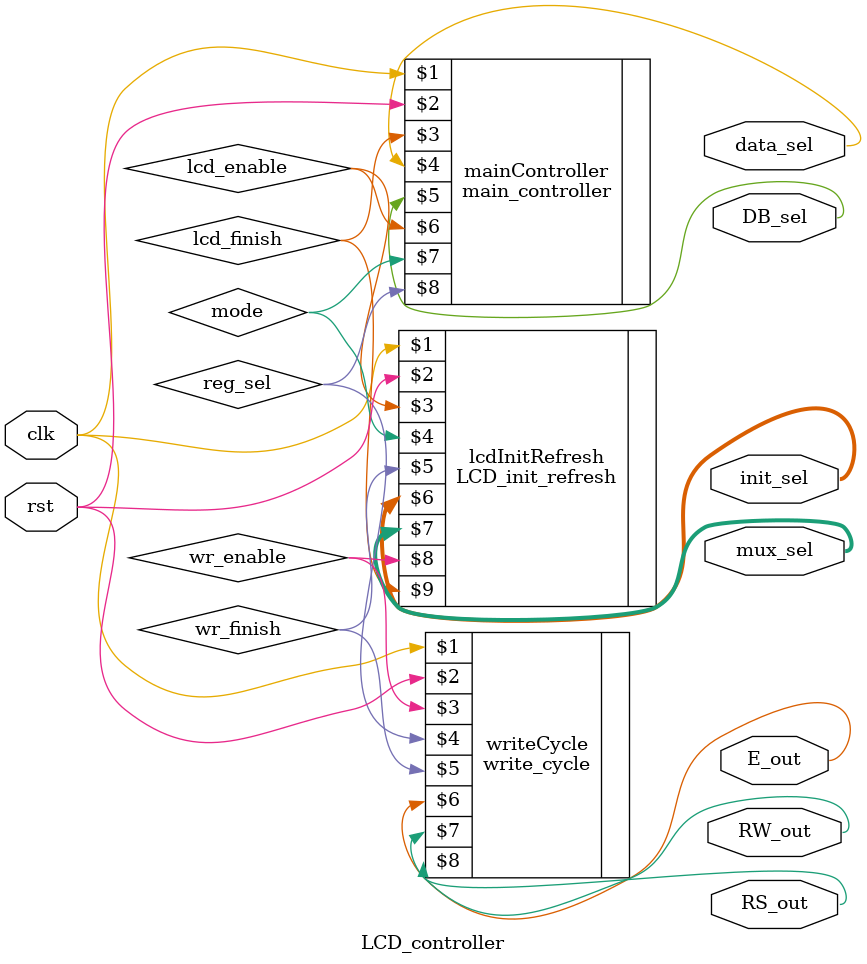
<source format=v>
`timescale 1ns / 1ps
module LCD_controller(input clk, rst,
output data_sel, DB_sel, E_out,RW_out,RS_out,
output [1:0] init_sel, output[3:0] mux_sel);


main_controller mainController(clk,rst,lcd_finish,data_sel,DB_sel,lcd_enable,mode,reg_sel);
LCD_init_refresh lcdInitRefresh(clk,rst,lcd_enable,mode,wr_finish,init_sel,mux_sel,wr_enable,lcd_finish);
write_cycle writeCycle(clk,rst,wr_enable,reg_sel,wr_finish,E_out,RW_out,RS_out);
endmodule

</source>
